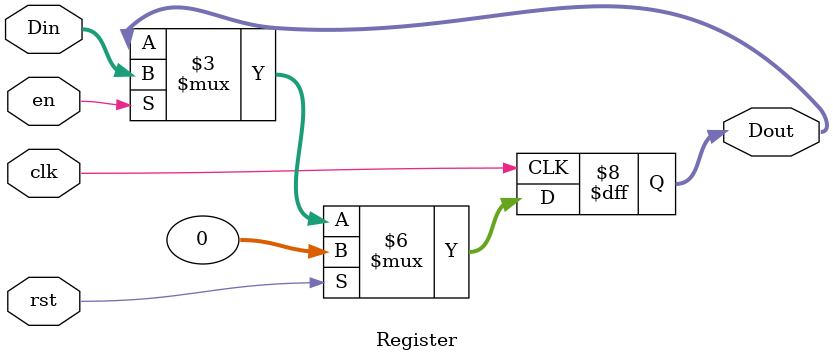
<source format=v>
`timescale 1ns / 1ps

module Register(Din, Dout, en, clk, rst);
    input wire [31:0] Din;
    output reg [31:0] Dout;
    input en, clk, rst;
    
    initial
    begin
        Dout <= 0;
    end
    
    always @(posedge clk)
    begin
        if (rst)
        begin
            Dout <= 0;
        end else if (en)
        begin
            Dout <= Din;
        end
    end


endmodule

</source>
